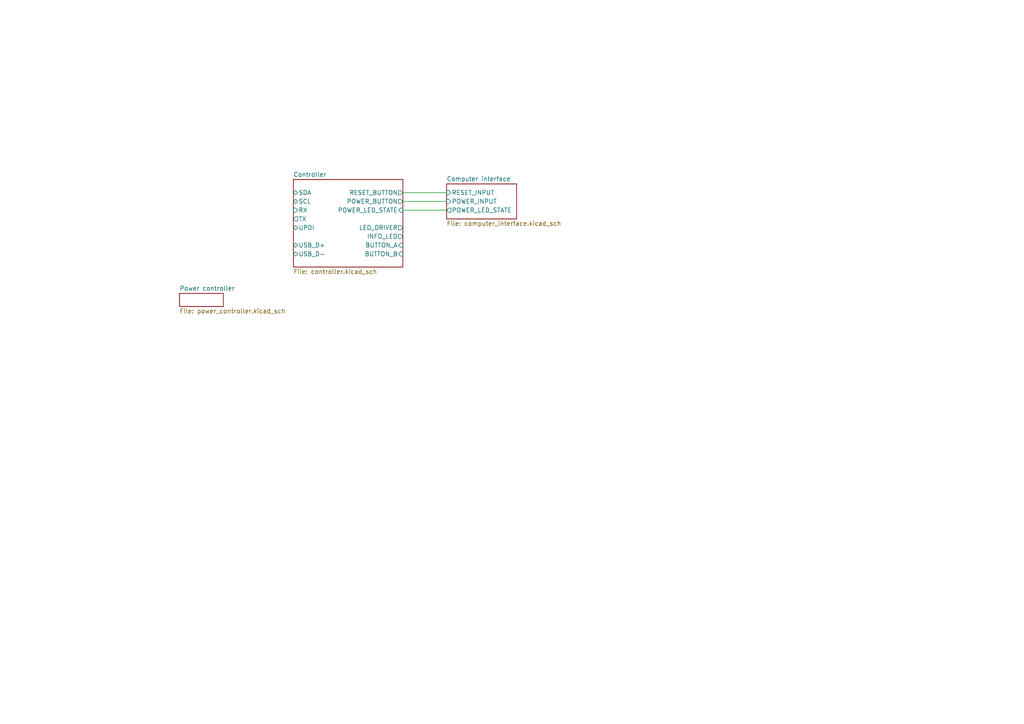
<source format=kicad_sch>
(kicad_sch
	(version 20231120)
	(generator "eeschema")
	(generator_version "8.0")
	(uuid "bb2bfe98-6e27-483c-9a1b-b3b425ec611e")
	(paper "A4")
	(lib_symbols)
	(wire
		(pts
			(xy 116.84 60.96) (xy 129.54 60.96)
		)
		(stroke
			(width 0)
			(type default)
		)
		(uuid "4ea512c5-37ec-4224-a5d3-1248ea3c4983")
	)
	(wire
		(pts
			(xy 116.84 58.42) (xy 129.54 58.42)
		)
		(stroke
			(width 0)
			(type default)
		)
		(uuid "e05693cc-9050-4bda-bf3e-cd294291393c")
	)
	(wire
		(pts
			(xy 116.84 55.88) (xy 129.54 55.88)
		)
		(stroke
			(width 0)
			(type default)
		)
		(uuid "efe95bfb-fe75-4b15-a2fd-ccb90a2719e4")
	)
	(sheet
		(at 85.09 52.07)
		(size 31.75 25.4)
		(fields_autoplaced yes)
		(stroke
			(width 0.1524)
			(type solid)
		)
		(fill
			(color 0 0 0 0.0000)
		)
		(uuid "130f64fa-73d8-4406-a141-345e7a455f04")
		(property "Sheetname" "Controller"
			(at 85.09 51.3584 0)
			(effects
				(font
					(size 1.27 1.27)
				)
				(justify left bottom)
			)
		)
		(property "Sheetfile" "controller.kicad_sch"
			(at 85.09 78.0546 0)
			(effects
				(font
					(size 1.27 1.27)
				)
				(justify left top)
			)
		)
		(pin "SDA" bidirectional
			(at 85.09 55.88 180)
			(effects
				(font
					(size 1.27 1.27)
				)
				(justify left)
			)
			(uuid "8cca0cc3-87e8-487a-a024-394571df1780")
		)
		(pin "SCL" bidirectional
			(at 85.09 58.42 180)
			(effects
				(font
					(size 1.27 1.27)
				)
				(justify left)
			)
			(uuid "691c0099-41b5-470a-892f-27c2b3b5cbd2")
		)
		(pin "RX" input
			(at 85.09 60.96 180)
			(effects
				(font
					(size 1.27 1.27)
				)
				(justify left)
			)
			(uuid "7edb4f01-1cc1-4d0e-a05d-d9fbda4137ec")
		)
		(pin "TX" output
			(at 85.09 63.5 180)
			(effects
				(font
					(size 1.27 1.27)
				)
				(justify left)
			)
			(uuid "695c2cde-7f74-40e4-988f-af8c349e24c8")
		)
		(pin "BUTTON_A" input
			(at 116.84 71.12 0)
			(effects
				(font
					(size 1.27 1.27)
				)
				(justify right)
			)
			(uuid "51574ed8-2620-4de9-a102-a87247617c88")
		)
		(pin "BUTTON_B" input
			(at 116.84 73.66 0)
			(effects
				(font
					(size 1.27 1.27)
				)
				(justify right)
			)
			(uuid "c67fc7f9-4d27-47ce-ac39-1f43211cf6cf")
		)
		(pin "RESET_BUTTON" output
			(at 116.84 55.88 0)
			(effects
				(font
					(size 1.27 1.27)
				)
				(justify right)
			)
			(uuid "f001ee9f-431a-43e3-8305-f5c97f0d7cf1")
		)
		(pin "POWER_LED_STATE" input
			(at 116.84 60.96 0)
			(effects
				(font
					(size 1.27 1.27)
				)
				(justify right)
			)
			(uuid "dc13c644-4c0d-415b-9a7c-bbfda3b7bdd8")
		)
		(pin "POWER_BUTTON" output
			(at 116.84 58.42 0)
			(effects
				(font
					(size 1.27 1.27)
				)
				(justify right)
			)
			(uuid "e0118fa3-f1e6-44b8-b453-fbe51dde435d")
		)
		(pin "LED_DRIVER" output
			(at 116.84 66.04 0)
			(effects
				(font
					(size 1.27 1.27)
				)
				(justify right)
			)
			(uuid "3f7f72a6-b8c5-42cc-b516-0b9987b14c01")
		)
		(pin "UPDI" bidirectional
			(at 85.09 66.04 180)
			(effects
				(font
					(size 1.27 1.27)
				)
				(justify left)
			)
			(uuid "70ae1251-ff9a-4658-906c-2d35249fff36")
		)
		(pin "INFO_LED" output
			(at 116.84 68.58 0)
			(effects
				(font
					(size 1.27 1.27)
				)
				(justify right)
			)
			(uuid "dd298707-f016-424a-b825-b7a50084b706")
		)
		(pin "USB_D+" bidirectional
			(at 85.09 71.12 180)
			(effects
				(font
					(size 1.27 1.27)
				)
				(justify left)
			)
			(uuid "88aed246-9c6e-4745-8f46-739fde095c22")
		)
		(pin "USB_D-" bidirectional
			(at 85.09 73.66 180)
			(effects
				(font
					(size 1.27 1.27)
				)
				(justify left)
			)
			(uuid "5337fa0b-c908-44d8-9879-4fb48fed58f0")
		)
		(instances
			(project "cx-power-control"
				(path "/bb2bfe98-6e27-483c-9a1b-b3b425ec611e"
					(page "3")
				)
			)
		)
	)
	(sheet
		(at 52.07 85.09)
		(size 12.7 3.81)
		(fields_autoplaced yes)
		(stroke
			(width 0.1524)
			(type solid)
		)
		(fill
			(color 0 0 0 0.0000)
		)
		(uuid "63c906c6-c446-498b-82c9-a4f188d8db7a")
		(property "Sheetname" "Power controller"
			(at 52.07 84.3784 0)
			(effects
				(font
					(size 1.27 1.27)
				)
				(justify left bottom)
			)
		)
		(property "Sheetfile" "power_controller.kicad_sch"
			(at 52.07 89.4846 0)
			(effects
				(font
					(size 1.27 1.27)
				)
				(justify left top)
			)
		)
		(instances
			(project "cx-power-control"
				(path "/bb2bfe98-6e27-483c-9a1b-b3b425ec611e"
					(page "2")
				)
			)
		)
	)
	(sheet
		(at 129.54 53.34)
		(size 20.32 10.16)
		(fields_autoplaced yes)
		(stroke
			(width 0.1524)
			(type solid)
		)
		(fill
			(color 0 0 0 0.0000)
		)
		(uuid "d269ac6a-1cc7-4ed8-a753-05d6adaadd07")
		(property "Sheetname" "Computer interface"
			(at 129.54 52.6284 0)
			(effects
				(font
					(size 1.27 1.27)
				)
				(justify left bottom)
			)
		)
		(property "Sheetfile" "computer_interface.kicad_sch"
			(at 129.54 64.0846 0)
			(effects
				(font
					(size 1.27 1.27)
				)
				(justify left top)
			)
		)
		(pin "RESET_INPUT" input
			(at 129.54 55.88 180)
			(effects
				(font
					(size 1.27 1.27)
				)
				(justify left)
			)
			(uuid "8f527d52-2cac-4062-8d81-54cb6e949c74")
		)
		(pin "POWER_LED_STATE" output
			(at 129.54 60.96 180)
			(effects
				(font
					(size 1.27 1.27)
				)
				(justify left)
			)
			(uuid "083d9e95-cfc1-486b-a7fc-03eda8a6c197")
		)
		(pin "POWER_INPUT" input
			(at 129.54 58.42 180)
			(effects
				(font
					(size 1.27 1.27)
				)
				(justify left)
			)
			(uuid "1614e9dd-6fee-4c76-b289-ef54f0b27963")
		)
		(instances
			(project "cx-power-control"
				(path "/bb2bfe98-6e27-483c-9a1b-b3b425ec611e"
					(page "4")
				)
			)
		)
	)
	(sheet_instances
		(path "/"
			(page "1")
		)
	)
)

</source>
